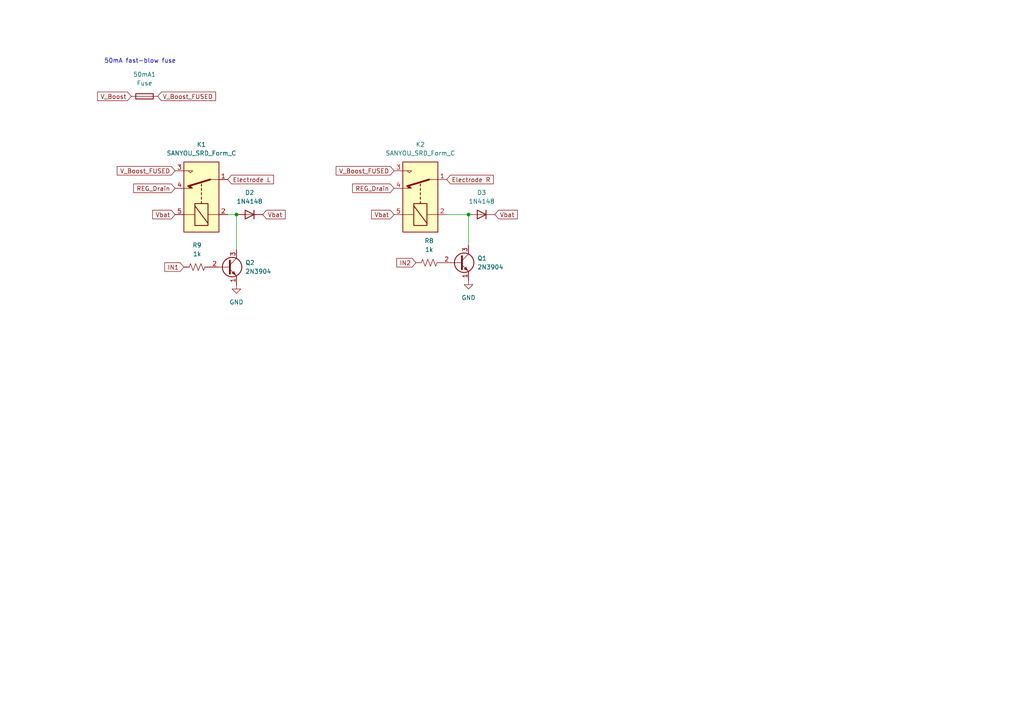
<source format=kicad_sch>
(kicad_sch (version 20250114) (generator "eeschema") (generator_version "9.0")
  (paper "A4")
  (lib_symbols
    (symbol "Device:Fuse" (pin_numbers (hide yes)) (pin_names (offset 0))
      (property "Reference" "F" (at 2.032 0 90))
      (property "Value" "Fuse" (at -1.905 0 90))
      (symbol "Fuse_0_1"
        (rectangle (start -0.762 -2.54) (end 0.762 2.54) (stroke (width 0.254)))
        (polyline (pts (xy 0 2.54) (xy 0 -2.54)))
      )
      (symbol "Fuse_1_1"
        (pin passive line (at 0 3.81 270) (length 1.27) (name "~") (number "1"))
        (pin passive line (at 0 -3.81 90) (length 1.27) (name "~") (number "2"))
      )
    )
    (symbol "Device:R_US" (pin_numbers (hide yes)) (pin_names (offset 0))
      (property "Reference" "R" (at 2.54 0 90))
      (property "Value" "R_US" (at -2.54 0 90))
      (symbol "R_US_0_1"
        (polyline (pts (xy 0 2.286) (xy 0 2.54)))
        (polyline (pts (xy 0 2.286) (xy 1.016 1.905) (xy 0 1.524) (xy -1.016 1.143) (xy 0 0.762)))
        (polyline (pts (xy 0 0.762) (xy 1.016 0.381) (xy 0 0) (xy -1.016 -0.381) (xy 0 -0.762)))
        (polyline (pts (xy 0 -0.762) (xy 1.016 -1.143) (xy 0 -1.524) (xy -1.016 -1.905) (xy 0 -2.286)))
        (polyline (pts (xy 0 -2.286) (xy 0 -2.54)))
      )
      (symbol "R_US_1_1"
        (pin passive line (at 0 3.81 270) (length 1.27) (name "~") (number "1"))
        (pin passive line (at 0 -3.81 90) (length 1.27) (name "~") (number "2"))
      )
    )
    (symbol "Diode:1N4148" (pin_numbers (hide yes)) (pin_names (hide yes))
      (property "Reference" "D" (at 0 2.54 0))
      (property "Value" "1N4148" (at 0 -2.54 0))
      (symbol "1N4148_0_1"
        (polyline (pts (xy -1.27 1.27) (xy -1.27 -1.27)) (stroke (width 0.254)))
        (polyline (pts (xy 1.27 1.27) (xy 1.27 -1.27) (xy -1.27 0) (xy 1.27 1.27)) (stroke (width 0.254)))
        (polyline (pts (xy 1.27 0) (xy -1.27 0)))
      )
      (symbol "1N4148_1_1"
        (pin passive line (at -3.81 0 0) (length 2.54) (name "K") (number "1"))
        (pin passive line (at 3.81 0 180) (length 2.54) (name "A") (number "2"))
      )
    )
    (symbol "Relay:SANYOU_SRD_Form_C"
      (property "Reference" "K" (at 11.43 3.81 0))
      (property "Value" "SANYOU_SRD_Form_C" (at 11.43 1.27 0))
      (symbol "SANYOU_SRD_Form_C_0_0"
        (polyline (pts (xy 7.62 5.08) (xy 7.62 2.54) (xy 6.985 3.175) (xy 7.62 3.81)))
      )
      (symbol "SANYOU_SRD_Form_C_0_1"
        (rectangle (start -10.16 5.08) (end 10.16 -5.08) (stroke (width 0.254)) (fill (type background)))
        (rectangle (start -8.255 1.905) (end -1.905 -1.905) (stroke (width 0.254)))
        (polyline (pts (xy -7.62 -1.905) (xy -2.54 1.905)) (stroke (width 0.254)))
        (polyline (pts (xy -5.08 5.08) (xy -5.08 1.905)))
        (polyline (pts (xy -5.08 -5.08) (xy -5.08 -1.905)))
        (polyline (pts (xy -1.905 0) (xy -1.27 0)) (stroke (width 0.254)))
        (polyline (pts (xy -0.635 0) (xy 0 0)) (stroke (width 0.254)))
        (polyline (pts (xy 0.635 0) (xy 1.27 0)) (stroke (width 0.254)))
        (polyline (pts (xy 1.905 0) (xy 2.54 0)) (stroke (width 0.254)))
        (polyline (pts (xy 3.175 0) (xy 3.81 0)) (stroke (width 0.254)))
        (polyline (pts (xy 5.08 -2.54) (xy 3.175 3.81)) (stroke (width 0.508)))
        (polyline (pts (xy 5.08 -2.54) (xy 5.08 -5.08)))
      )
      (symbol "SANYOU_SRD_Form_C_1_1"
        (polyline (pts (xy 2.54 3.81) (xy 3.175 3.175) (xy 2.54 2.54) (xy 2.54 5.08)) (fill (type outline)))
        (pin passive line (at -5.08 7.62 270) (length 2.54) (name "~") (number "5"))
        (pin passive line (at -5.08 -7.62 90) (length 2.54) (name "~") (number "2"))
        (pin passive line (at 2.54 7.62 270) (length 2.54) (name "~") (number "4"))
        (pin passive line (at 5.08 -7.62 90) (length 2.54) (name "~") (number "1"))
        (pin passive line (at 7.62 7.62 270) (length 2.54) (name "~") (number "3"))
      )
    )
    (symbol "Transistor_BJT:2N3904" (pin_names (offset 0) (hide yes))
      (property "Reference" "Q" (at 5.08 1.905 0))
      (property "Value" "2N3904" (at 5.08 0 0))
      (symbol "2N3904_0_1"
        (polyline (pts (xy -2.54 0) (xy 0.635 0)))
        (polyline (pts (xy 0.635 1.905) (xy 0.635 -1.905)) (stroke (width 0.508)))
        (circle (center 1.27 0) (radius 2.8194) (stroke (width 0.254)))
      )
      (symbol "2N3904_1_1"
        (polyline (pts (xy 0.635 0.635) (xy 2.54 2.54)))
        (polyline (pts (xy 0.635 -0.635) (xy 2.54 -2.54)))
        (polyline (pts (xy 1.27 -1.778) (xy 1.778 -1.27) (xy 2.286 -2.286) (xy 1.27 -1.778)) (fill (type outline)))
        (pin input line (at -5.08 0 0) (length 2.54) (name "B") (number "2"))
        (pin passive line (at 2.54 5.08 270) (length 2.54) (name "C") (number "3"))
        (pin passive line (at 2.54 -5.08 90) (length 2.54) (name "E") (number "1"))
      )
    )
    (symbol "power:GND" (power) (pin_numbers (hide yes)) (pin_names (offset 0) (hide yes))
      (property "Value" "GND" (at 0 -3.81 0))
      (symbol "GND_0_1"
        (polyline (pts (xy 0 0) (xy 0 -1.27) (xy 1.27 -1.27) (xy 0 -2.54) (xy -1.27 -1.27) (xy 0 -1.27)))
      )
      (symbol "GND_1_1"
        (pin power_in line (at 0 0 270) (length 0) (name "~") (number "1"))
      )
    )
  )
  (text "50mA fast-blow fuse" (at 40.64 17.78 0) (effects (font (size 1.27 1.27))))
  (junction (at 68.58 62.23))
  (junction (at 135.89 62.23))
  (wire (pts (xy 68.58 62.23) (xy 68.58 72.39)))
  (wire (pts (xy 135.89 62.23) (xy 135.89 71.12)))
  (wire (pts (xy 66.04 62.23) (xy 68.58 62.23)))
  (wire (pts (xy 129.54 62.23) (xy 135.89 62.23)))
  (global_label "REG_Drain" (shape input) (at 114.3 54.61 180) (property "Intersheetrefs" "${INTERSHEET_REFS}" (effects (hide yes))))
  (global_label "Vbat" (shape input) (at 76.2 62.23 0) (property "Intersheetrefs" "${INTERSHEET_REFS}" (effects (hide yes))))
  (global_label "Vbat" (shape input) (at 143.51 62.23 0) (property "Intersheetrefs" "${INTERSHEET_REFS}" (effects (hide yes))))
  (global_label "V_Boost" (shape input) (at 38.1 27.94 180) (property "Intersheetrefs" "${INTERSHEET_REFS}" (effects (hide yes))))
  (global_label "V_Boost_FUSED" (shape input) (at 114.3 49.53 180) (property "Intersheetrefs" "${INTERSHEET_REFS}" (effects (hide yes))))
  (global_label "V_Boost_FUSED" (shape input) (at 50.8 49.53 180) (property "Intersheetrefs" "${INTERSHEET_REFS}" (effects (hide yes))))
  (global_label "REG_Drain" (shape input) (at 50.8 54.61 180) (property "Intersheetrefs" "${INTERSHEET_REFS}" (effects (hide yes))))
  (global_label "Electrode R" (shape input) (at 129.54 52.07 0) (property "Intersheetrefs" "${INTERSHEET_REFS}" (effects (hide yes))))
  (global_label "Electrode L" (shape input) (at 66.04 52.07 0) (property "Intersheetrefs" "${INTERSHEET_REFS}" (effects (hide yes))))
  (global_label "IN2" (shape input) (at 120.65 76.2 180) (property "Intersheetrefs" "${INTERSHEET_REFS}" (effects (hide yes))))
  (global_label "Vbat" (shape input) (at 50.8 62.23 180) (property "Intersheetrefs" "${INTERSHEET_REFS}" (effects (hide yes))))
  (global_label "Vbat" (shape input) (at 114.3 62.23 180) (property "Intersheetrefs" "${INTERSHEET_REFS}" (effects (hide yes))))
  (global_label "V_Boost_FUSED" (shape input) (at 45.72 27.94 0) (property "Intersheetrefs" "${INTERSHEET_REFS}" (effects (hide yes))))
  (global_label "IN1" (shape input) (at 53.34 77.47 180) (property "Intersheetrefs" "${INTERSHEET_REFS}" (effects (hide yes))))
  (symbol (lib_id "Device:R_US") (at 57.15 77.47 90) (unit 1)
    (property "Reference" "R9" (at 57.15 71.12 90))
    (property "Value" "1k" (at 57.15 73.66 90))
    (property "Footprint" "Resistor_SMD:R_0805_2012Metric_Pad1.20x1.40mm_HandSolder" (effects (hide yes)))
    (property "Description" "Resistor, US symbol" (effects (hide yes)))
  )
  (symbol (lib_id "Diode:1N4148") (at 139.7 62.23 180) (unit 1)
    (property "Reference" "D3" (at 139.7 55.88 0))
    (property "Value" "1N4148" (at 139.7 58.42 0))
    (property "Footprint" "Diode_THT:D_DO-35_SOD27_P7.62mm_Horizontal" (effects (hide yes)))
    (property "Datasheet" "https://assets.nexperia.com/documents/data-sheet/1N4148_1N4448.pdf" (effects (hide yes)))
    (property "Description" "100V 0.15A standard switching diode, DO-35" (effects (hide yes)))
    (property "Sim.Device" "D" (effects (hide yes)))
    (property "Sim.Pins" "1=K 2=A" (effects (hide yes)))
  )
  (symbol (lib_id "Transistor_BJT:2N3904") (at 66.04 77.47 0) (unit 1)
    (property "Reference" "Q2" (at 71.12 76.1999 0) (effects (justify left)))
    (property "Value" "2N3904" (at 71.12 78.7399 0) (effects (justify left)))
    (property "Footprint" "Package_TO_SOT_THT:TO-92_Inline" (effects (hide yes)))
    (property "Datasheet" "https://www.onsemi.com/pub/Collateral/2N3903-D.PDF" (effects (hide yes)))
    (property "Description" "0.2A Ic, 40V Vce, Small Signal NPN Transistor, TO-92" (effects (hide yes)))
  )
  (symbol (lib_id "power:GND") (at 135.89 81.28 0) (unit 1)
    (property "Reference" "#PWR024" (effects (hide yes)))
    (property "Value" "GND" (at 135.89 86.36 0))
    (property "Description" "Power symbol creates a global label with name \"GND\" , ground" (effects (hide yes)))
  )
  (symbol (lib_id "Diode:1N4148") (at 72.39 62.23 180) (unit 1)
    (property "Reference" "D2" (at 72.39 55.88 0))
    (property "Value" "1N4148" (at 72.39 58.42 0))
    (property "Footprint" "Diode_THT:D_DO-35_SOD27_P7.62mm_Horizontal" (effects (hide yes)))
    (property "Datasheet" "https://assets.nexperia.com/documents/data-sheet/1N4148_1N4448.pdf" (effects (hide yes)))
    (property "Description" "100V 0.15A standard switching diode, DO-35" (effects (hide yes)))
    (property "Sim.Device" "D" (effects (hide yes)))
    (property "Sim.Pins" "1=K 2=A" (effects (hide yes)))
  )
  (symbol (lib_id "power:GND") (at 68.58 82.55 0) (unit 1)
    (property "Reference" "#PWR025" (effects (hide yes)))
    (property "Value" "GND" (at 68.58 87.63 0))
    (property "Description" "Power symbol creates a global label with name \"GND\" , ground" (effects (hide yes)))
  )
  (symbol (lib_id "Device:Fuse") (at 41.91 27.94 90) (unit 1)
    (property "Reference" "50mA1" (at 41.91 21.59 90))
    (property "Value" "Fuse" (at 41.91 24.13 90))
    (property "Footprint" "Fuse:Fuse_1206_3216Metric_Pad1.42x1.75mm_HandSolder" (effects (hide yes)))
    (property "Description" "Fuse" (effects (hide yes)))
  )
  (symbol (lib_id "Relay:SANYOU_SRD_Form_C") (at 58.42 57.15 90) (unit 1)
    (property "Reference" "K1" (at 58.42 41.91 90))
    (property "Value" "SANYOU_SRD_Form_C" (at 58.42 44.45 90))
    (property "Footprint" "Relay_THT:Relay_SPDT_SANYOU_SRD_Series_Form_C" (effects (hide yes)))
    (property "Datasheet" "http://www.sanyourelay.ca/public/products/pdf/SRD.pdf" (effects (hide yes)))
    (property "Description" "Sanyo SRD relay, Single Pole Miniature Power Relay," (effects (hide yes)))
  )
  (symbol (lib_id "Transistor_BJT:2N3904") (at 133.35 76.2 0) (unit 1)
    (property "Reference" "Q1" (at 138.43 74.9299 0) (effects (justify left)))
    (property "Value" "2N3904" (at 138.43 77.4699 0) (effects (justify left)))
    (property "Footprint" "Package_TO_SOT_THT:TO-92_Inline" (effects (hide yes)))
    (property "Datasheet" "https://www.onsemi.com/pub/Collateral/2N3903-D.PDF" (effects (hide yes)))
    (property "Description" "0.2A Ic, 40V Vce, Small Signal NPN Transistor, TO-92" (effects (hide yes)))
  )
  (symbol (lib_id "Relay:SANYOU_SRD_Form_C") (at 121.92 57.15 90) (unit 1)
    (property "Reference" "K2" (at 121.92 41.91 90))
    (property "Value" "SANYOU_SRD_Form_C" (at 121.92 44.45 90))
    (property "Footprint" "Relay_THT:Relay_SPDT_SANYOU_SRD_Series_Form_C" (effects (hide yes)))
    (property "Datasheet" "http://www.sanyourelay.ca/public/products/pdf/SRD.pdf" (effects (hide yes)))
    (property "Description" "Sanyo SRD relay, Single Pole Miniature Power Relay," (effects (hide yes)))
  )
  (symbol (lib_id "Device:R_US") (at 124.46 76.2 90) (unit 1)
    (property "Reference" "R8" (at 124.46 69.85 90))
    (property "Value" "1k" (at 124.46 72.39 90))
    (property "Footprint" "Resistor_SMD:R_0805_2012Metric_Pad1.20x1.40mm_HandSolder" (effects (hide yes)))
    (property "Description" "Resistor, US symbol" (effects (hide yes)))
  )
)
</source>
